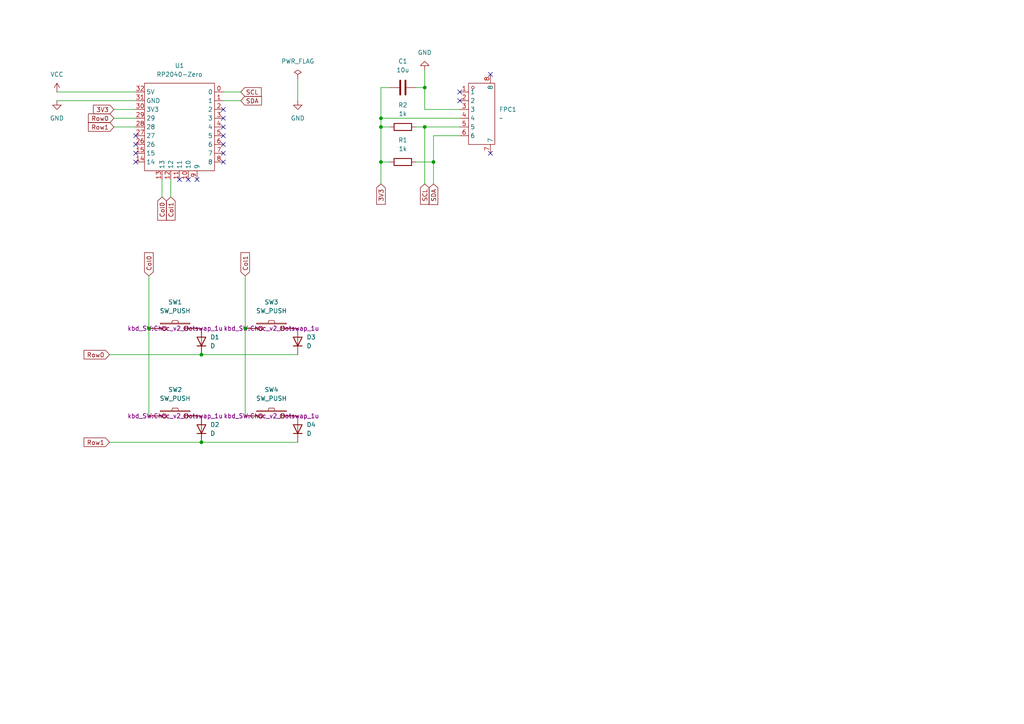
<source format=kicad_sch>
(kicad_sch
	(version 20250114)
	(generator "eeschema")
	(generator_version "9.0")
	(uuid "7a604562-b6af-4d20-abc5-e5d25282a53d")
	(paper "A4")
	(lib_symbols
		(symbol "Device:C"
			(pin_numbers
				(hide yes)
			)
			(pin_names
				(offset 0.254)
			)
			(exclude_from_sim no)
			(in_bom yes)
			(on_board yes)
			(property "Reference" "C"
				(at 0.635 2.54 0)
				(effects
					(font
						(size 1.27 1.27)
					)
					(justify left)
				)
			)
			(property "Value" "C"
				(at 0.635 -2.54 0)
				(effects
					(font
						(size 1.27 1.27)
					)
					(justify left)
				)
			)
			(property "Footprint" ""
				(at 0.9652 -3.81 0)
				(effects
					(font
						(size 1.27 1.27)
					)
					(hide yes)
				)
			)
			(property "Datasheet" "~"
				(at 0 0 0)
				(effects
					(font
						(size 1.27 1.27)
					)
					(hide yes)
				)
			)
			(property "Description" "Unpolarized capacitor"
				(at 0 0 0)
				(effects
					(font
						(size 1.27 1.27)
					)
					(hide yes)
				)
			)
			(property "ki_keywords" "cap capacitor"
				(at 0 0 0)
				(effects
					(font
						(size 1.27 1.27)
					)
					(hide yes)
				)
			)
			(property "ki_fp_filters" "C_*"
				(at 0 0 0)
				(effects
					(font
						(size 1.27 1.27)
					)
					(hide yes)
				)
			)
			(symbol "C_0_1"
				(polyline
					(pts
						(xy -2.032 0.762) (xy 2.032 0.762)
					)
					(stroke
						(width 0.508)
						(type default)
					)
					(fill
						(type none)
					)
				)
				(polyline
					(pts
						(xy -2.032 -0.762) (xy 2.032 -0.762)
					)
					(stroke
						(width 0.508)
						(type default)
					)
					(fill
						(type none)
					)
				)
			)
			(symbol "C_1_1"
				(pin passive line
					(at 0 3.81 270)
					(length 2.794)
					(name "~"
						(effects
							(font
								(size 1.27 1.27)
							)
						)
					)
					(number "1"
						(effects
							(font
								(size 1.27 1.27)
							)
						)
					)
				)
				(pin passive line
					(at 0 -3.81 90)
					(length 2.794)
					(name "~"
						(effects
							(font
								(size 1.27 1.27)
							)
						)
					)
					(number "2"
						(effects
							(font
								(size 1.27 1.27)
							)
						)
					)
				)
			)
			(embedded_fonts no)
		)
		(symbol "Device:D"
			(pin_numbers
				(hide yes)
			)
			(pin_names
				(offset 1.016)
				(hide yes)
			)
			(exclude_from_sim no)
			(in_bom yes)
			(on_board yes)
			(property "Reference" "D"
				(at 0 2.54 0)
				(effects
					(font
						(size 1.27 1.27)
					)
				)
			)
			(property "Value" "D"
				(at 0 -2.54 0)
				(effects
					(font
						(size 1.27 1.27)
					)
				)
			)
			(property "Footprint" ""
				(at 0 0 0)
				(effects
					(font
						(size 1.27 1.27)
					)
					(hide yes)
				)
			)
			(property "Datasheet" "~"
				(at 0 0 0)
				(effects
					(font
						(size 1.27 1.27)
					)
					(hide yes)
				)
			)
			(property "Description" "Diode"
				(at 0 0 0)
				(effects
					(font
						(size 1.27 1.27)
					)
					(hide yes)
				)
			)
			(property "Sim.Device" "D"
				(at 0 0 0)
				(effects
					(font
						(size 1.27 1.27)
					)
					(hide yes)
				)
			)
			(property "Sim.Pins" "1=K 2=A"
				(at 0 0 0)
				(effects
					(font
						(size 1.27 1.27)
					)
					(hide yes)
				)
			)
			(property "ki_keywords" "diode"
				(at 0 0 0)
				(effects
					(font
						(size 1.27 1.27)
					)
					(hide yes)
				)
			)
			(property "ki_fp_filters" "TO-???* *_Diode_* *SingleDiode* D_*"
				(at 0 0 0)
				(effects
					(font
						(size 1.27 1.27)
					)
					(hide yes)
				)
			)
			(symbol "D_0_1"
				(polyline
					(pts
						(xy -1.27 1.27) (xy -1.27 -1.27)
					)
					(stroke
						(width 0.254)
						(type default)
					)
					(fill
						(type none)
					)
				)
				(polyline
					(pts
						(xy 1.27 1.27) (xy 1.27 -1.27) (xy -1.27 0) (xy 1.27 1.27)
					)
					(stroke
						(width 0.254)
						(type default)
					)
					(fill
						(type none)
					)
				)
				(polyline
					(pts
						(xy 1.27 0) (xy -1.27 0)
					)
					(stroke
						(width 0)
						(type default)
					)
					(fill
						(type none)
					)
				)
			)
			(symbol "D_1_1"
				(pin passive line
					(at -3.81 0 0)
					(length 2.54)
					(name "K"
						(effects
							(font
								(size 1.27 1.27)
							)
						)
					)
					(number "1"
						(effects
							(font
								(size 1.27 1.27)
							)
						)
					)
				)
				(pin passive line
					(at 3.81 0 180)
					(length 2.54)
					(name "A"
						(effects
							(font
								(size 1.27 1.27)
							)
						)
					)
					(number "2"
						(effects
							(font
								(size 1.27 1.27)
							)
						)
					)
				)
			)
			(embedded_fonts no)
		)
		(symbol "Device:R"
			(pin_numbers
				(hide yes)
			)
			(pin_names
				(offset 0)
			)
			(exclude_from_sim no)
			(in_bom yes)
			(on_board yes)
			(property "Reference" "R"
				(at 2.032 0 90)
				(effects
					(font
						(size 1.27 1.27)
					)
				)
			)
			(property "Value" "R"
				(at 0 0 90)
				(effects
					(font
						(size 1.27 1.27)
					)
				)
			)
			(property "Footprint" ""
				(at -1.778 0 90)
				(effects
					(font
						(size 1.27 1.27)
					)
					(hide yes)
				)
			)
			(property "Datasheet" "~"
				(at 0 0 0)
				(effects
					(font
						(size 1.27 1.27)
					)
					(hide yes)
				)
			)
			(property "Description" "Resistor"
				(at 0 0 0)
				(effects
					(font
						(size 1.27 1.27)
					)
					(hide yes)
				)
			)
			(property "ki_keywords" "R res resistor"
				(at 0 0 0)
				(effects
					(font
						(size 1.27 1.27)
					)
					(hide yes)
				)
			)
			(property "ki_fp_filters" "R_*"
				(at 0 0 0)
				(effects
					(font
						(size 1.27 1.27)
					)
					(hide yes)
				)
			)
			(symbol "R_0_1"
				(rectangle
					(start -1.016 -2.54)
					(end 1.016 2.54)
					(stroke
						(width 0.254)
						(type default)
					)
					(fill
						(type none)
					)
				)
			)
			(symbol "R_1_1"
				(pin passive line
					(at 0 3.81 270)
					(length 1.27)
					(name "~"
						(effects
							(font
								(size 1.27 1.27)
							)
						)
					)
					(number "1"
						(effects
							(font
								(size 1.27 1.27)
							)
						)
					)
				)
				(pin passive line
					(at 0 -3.81 90)
					(length 1.27)
					(name "~"
						(effects
							(font
								(size 1.27 1.27)
							)
						)
					)
					(number "2"
						(effects
							(font
								(size 1.27 1.27)
							)
						)
					)
				)
			)
			(embedded_fonts no)
		)
		(symbol "ProLib_pcs_2025-11-23:FPC-05F-6PH20"
			(exclude_from_sim no)
			(in_bom yes)
			(on_board yes)
			(property "Reference" "FPC"
				(at 0 0 0)
				(effects
					(font
						(size 1.27 1.27)
					)
				)
			)
			(property "Value" ""
				(at 0 0 0)
				(effects
					(font
						(size 1.27 1.27)
					)
				)
			)
			(property "Footprint" "ProLib_pcs_2025-11-23:FPC-SMD_6P-P0.50_XUNPU_FPC-05F-6PH20"
				(at 0 0 0)
				(effects
					(font
						(size 1.27 1.27)
					)
					(hide yes)
				)
			)
			(property "Datasheet" "https://item.szlcsc.com/datasheet/FPC-05F-6PH20/3056894.html"
				(at 0 0 0)
				(effects
					(font
						(size 1.27 1.27)
					)
					(hide yes)
				)
			)
			(property "Description" "Locking Feature:Hinged Lid Contact Type:Surface Mount Number of Contacts:6P Pitch:0.5mm Mounting Type:Bottom Contact FFC, FCB Thickness:0.3mm FFC, FCB Thickness:0.3mm Height Above Board:2mm Contact Material:Phosphor Bronze Contact Plating:Tin Operating Te"
				(at 0 0 0)
				(effects
					(font
						(size 1.27 1.27)
					)
					(hide yes)
				)
			)
			(property "Manufacturer Part" "FPC-05F-6PH20"
				(at 0 0 0)
				(effects
					(font
						(size 1.27 1.27)
					)
					(hide yes)
				)
			)
			(property "Manufacturer" "XUNPU(讯普)"
				(at 0 0 0)
				(effects
					(font
						(size 1.27 1.27)
					)
					(hide yes)
				)
			)
			(property "Supplier Part" "C2856796"
				(at 0 0 0)
				(effects
					(font
						(size 1.27 1.27)
					)
					(hide yes)
				)
			)
			(property "Supplier" "LCSC"
				(at 0 0 0)
				(effects
					(font
						(size 1.27 1.27)
					)
					(hide yes)
				)
			)
			(property "LCSC Part Name" "翻盖式 卧贴 P数:6P 间距:0.5mm"
				(at 0 0 0)
				(effects
					(font
						(size 1.27 1.27)
					)
					(hide yes)
				)
			)
			(symbol "FPC-05F-6PH20_1_0"
				(rectangle
					(start -2.54 -8.89)
					(end 5.08 8.89)
					(stroke
						(width 0)
						(type default)
					)
					(fill
						(type none)
					)
				)
				(circle
					(center -1.27 7.62)
					(radius 0.381)
					(stroke
						(width 0)
						(type default)
					)
					(fill
						(type none)
					)
				)
				(pin input line
					(at -5.08 6.35 0)
					(length 2.54)
					(name "1"
						(effects
							(font
								(size 1.27 1.27)
							)
						)
					)
					(number "1"
						(effects
							(font
								(size 1.27 1.27)
							)
						)
					)
				)
				(pin input line
					(at -5.08 3.81 0)
					(length 2.54)
					(name "2"
						(effects
							(font
								(size 1.27 1.27)
							)
						)
					)
					(number "2"
						(effects
							(font
								(size 1.27 1.27)
							)
						)
					)
				)
				(pin input line
					(at -5.08 1.27 0)
					(length 2.54)
					(name "3"
						(effects
							(font
								(size 1.27 1.27)
							)
						)
					)
					(number "3"
						(effects
							(font
								(size 1.27 1.27)
							)
						)
					)
				)
				(pin input line
					(at -5.08 -1.27 0)
					(length 2.54)
					(name "4"
						(effects
							(font
								(size 1.27 1.27)
							)
						)
					)
					(number "4"
						(effects
							(font
								(size 1.27 1.27)
							)
						)
					)
				)
				(pin input line
					(at -5.08 -3.81 0)
					(length 2.54)
					(name "5"
						(effects
							(font
								(size 1.27 1.27)
							)
						)
					)
					(number "5"
						(effects
							(font
								(size 1.27 1.27)
							)
						)
					)
				)
				(pin input line
					(at -5.08 -6.35 0)
					(length 2.54)
					(name "6"
						(effects
							(font
								(size 1.27 1.27)
							)
						)
					)
					(number "6"
						(effects
							(font
								(size 1.27 1.27)
							)
						)
					)
				)
				(pin input line
					(at 3.81 11.43 270)
					(length 2.54)
					(name "8"
						(effects
							(font
								(size 1.27 1.27)
							)
						)
					)
					(number "8"
						(effects
							(font
								(size 1.27 1.27)
							)
						)
					)
				)
				(pin input line
					(at 3.81 -11.43 90)
					(length 2.54)
					(name "7"
						(effects
							(font
								(size 1.27 1.27)
							)
						)
					)
					(number "7"
						(effects
							(font
								(size 1.27 1.27)
							)
						)
					)
				)
			)
			(embedded_fonts no)
		)
		(symbol "isw-mcu:RP2040-Zero"
			(exclude_from_sim no)
			(in_bom yes)
			(on_board yes)
			(property "Reference" "U"
				(at 0 17.78 0)
				(effects
					(font
						(size 1.27 1.27)
					)
				)
			)
			(property "Value" "RP2040-Zero"
				(at 0 15.24 0)
				(effects
					(font
						(size 1.27 1.27)
					)
				)
			)
			(property "Footprint" ""
				(at 0 15.24 0)
				(effects
					(font
						(size 1.27 1.27)
					)
					(hide yes)
				)
			)
			(property "Datasheet" ""
				(at 0 15.24 0)
				(effects
					(font
						(size 1.27 1.27)
					)
					(hide yes)
				)
			)
			(property "Description" ""
				(at 0 0 0)
				(effects
					(font
						(size 1.27 1.27)
					)
					(hide yes)
				)
			)
			(symbol "RP2040-Zero_0_1"
				(rectangle
					(start -10.16 12.7)
					(end 10.16 -12.7)
					(stroke
						(width 0)
						(type default)
					)
					(fill
						(type none)
					)
				)
			)
			(symbol "RP2040-Zero_1_1"
				(pin power_out line
					(at -12.7 10.16 0)
					(length 2.54)
					(name "5V"
						(effects
							(font
								(size 1.27 1.27)
							)
						)
					)
					(number "32"
						(effects
							(font
								(size 1.27 1.27)
							)
						)
					)
				)
				(pin power_in line
					(at -12.7 7.62 0)
					(length 2.54)
					(name "GND"
						(effects
							(font
								(size 1.27 1.27)
							)
						)
					)
					(number "31"
						(effects
							(font
								(size 1.27 1.27)
							)
						)
					)
				)
				(pin power_out line
					(at -12.7 5.08 0)
					(length 2.54)
					(name "3V3"
						(effects
							(font
								(size 1.27 1.27)
							)
						)
					)
					(number "30"
						(effects
							(font
								(size 1.27 1.27)
							)
						)
					)
				)
				(pin bidirectional line
					(at -12.7 2.54 0)
					(length 2.54)
					(name "29"
						(effects
							(font
								(size 1.27 1.27)
							)
						)
					)
					(number "29"
						(effects
							(font
								(size 1.27 1.27)
							)
						)
					)
				)
				(pin bidirectional line
					(at -12.7 0 0)
					(length 2.54)
					(name "28"
						(effects
							(font
								(size 1.27 1.27)
							)
						)
					)
					(number "28"
						(effects
							(font
								(size 1.27 1.27)
							)
						)
					)
				)
				(pin bidirectional line
					(at -12.7 -2.54 0)
					(length 2.54)
					(name "27"
						(effects
							(font
								(size 1.27 1.27)
							)
						)
					)
					(number "27"
						(effects
							(font
								(size 1.27 1.27)
							)
						)
					)
				)
				(pin bidirectional line
					(at -12.7 -5.08 0)
					(length 2.54)
					(name "26"
						(effects
							(font
								(size 1.27 1.27)
							)
						)
					)
					(number "26"
						(effects
							(font
								(size 1.27 1.27)
							)
						)
					)
				)
				(pin bidirectional line
					(at -12.7 -7.62 0)
					(length 2.54)
					(name "15"
						(effects
							(font
								(size 1.27 1.27)
							)
						)
					)
					(number "15"
						(effects
							(font
								(size 1.27 1.27)
							)
						)
					)
				)
				(pin bidirectional line
					(at -12.7 -10.16 0)
					(length 2.54)
					(name "14"
						(effects
							(font
								(size 1.27 1.27)
							)
						)
					)
					(number "14"
						(effects
							(font
								(size 1.27 1.27)
							)
						)
					)
				)
				(pin bidirectional line
					(at -5.08 -15.24 90)
					(length 2.54)
					(name "13"
						(effects
							(font
								(size 1.27 1.27)
							)
						)
					)
					(number "13"
						(effects
							(font
								(size 1.27 1.27)
							)
						)
					)
				)
				(pin bidirectional line
					(at -2.54 -15.24 90)
					(length 2.54)
					(name "12"
						(effects
							(font
								(size 1.27 1.27)
							)
						)
					)
					(number "12"
						(effects
							(font
								(size 1.27 1.27)
							)
						)
					)
				)
				(pin bidirectional line
					(at 0 -15.24 90)
					(length 2.54)
					(name "11"
						(effects
							(font
								(size 1.27 1.27)
							)
						)
					)
					(number "11"
						(effects
							(font
								(size 1.27 1.27)
							)
						)
					)
				)
				(pin bidirectional line
					(at 2.54 -15.24 90)
					(length 2.54)
					(name "10"
						(effects
							(font
								(size 1.27 1.27)
							)
						)
					)
					(number "10"
						(effects
							(font
								(size 1.27 1.27)
							)
						)
					)
				)
				(pin bidirectional line
					(at 5.08 -15.24 90)
					(length 2.54)
					(name "9"
						(effects
							(font
								(size 1.27 1.27)
							)
						)
					)
					(number "9"
						(effects
							(font
								(size 1.27 1.27)
							)
						)
					)
				)
				(pin tri_state line
					(at 12.7 10.16 180)
					(length 2.54)
					(name "0"
						(effects
							(font
								(size 1.27 1.27)
							)
						)
					)
					(number "0"
						(effects
							(font
								(size 1.27 1.27)
							)
						)
					)
				)
				(pin bidirectional line
					(at 12.7 7.62 180)
					(length 2.54)
					(name "1"
						(effects
							(font
								(size 1.27 1.27)
							)
						)
					)
					(number "1"
						(effects
							(font
								(size 1.27 1.27)
							)
						)
					)
				)
				(pin bidirectional line
					(at 12.7 5.08 180)
					(length 2.54)
					(name "2"
						(effects
							(font
								(size 1.27 1.27)
							)
						)
					)
					(number "2"
						(effects
							(font
								(size 1.27 1.27)
							)
						)
					)
				)
				(pin bidirectional line
					(at 12.7 2.54 180)
					(length 2.54)
					(name "3"
						(effects
							(font
								(size 1.27 1.27)
							)
						)
					)
					(number "3"
						(effects
							(font
								(size 1.27 1.27)
							)
						)
					)
				)
				(pin bidirectional line
					(at 12.7 0 180)
					(length 2.54)
					(name "4"
						(effects
							(font
								(size 1.27 1.27)
							)
						)
					)
					(number "4"
						(effects
							(font
								(size 1.27 1.27)
							)
						)
					)
				)
				(pin bidirectional line
					(at 12.7 -2.54 180)
					(length 2.54)
					(name "5"
						(effects
							(font
								(size 1.27 1.27)
							)
						)
					)
					(number "5"
						(effects
							(font
								(size 1.27 1.27)
							)
						)
					)
				)
				(pin bidirectional line
					(at 12.7 -5.08 180)
					(length 2.54)
					(name "6"
						(effects
							(font
								(size 1.27 1.27)
							)
						)
					)
					(number "6"
						(effects
							(font
								(size 1.27 1.27)
							)
						)
					)
				)
				(pin bidirectional line
					(at 12.7 -7.62 180)
					(length 2.54)
					(name "7"
						(effects
							(font
								(size 1.27 1.27)
							)
						)
					)
					(number "7"
						(effects
							(font
								(size 1.27 1.27)
							)
						)
					)
				)
				(pin bidirectional line
					(at 12.7 -10.16 180)
					(length 2.54)
					(name "8"
						(effects
							(font
								(size 1.27 1.27)
							)
						)
					)
					(number "8"
						(effects
							(font
								(size 1.27 1.27)
							)
						)
					)
				)
			)
			(embedded_fonts no)
		)
		(symbol "kbd:SW_PUSH"
			(pin_numbers
				(hide yes)
			)
			(pin_names
				(offset 1.016)
				(hide yes)
			)
			(exclude_from_sim no)
			(in_bom yes)
			(on_board yes)
			(property "Reference" "SW"
				(at 3.81 2.794 0)
				(effects
					(font
						(size 1.27 1.27)
					)
				)
			)
			(property "Value" "SW_PUSH"
				(at 0 -2.032 0)
				(effects
					(font
						(size 1.27 1.27)
					)
				)
			)
			(property "Footprint" ""
				(at 0 0 0)
				(effects
					(font
						(size 1.27 1.27)
					)
				)
			)
			(property "Datasheet" ""
				(at 0 0 0)
				(effects
					(font
						(size 1.27 1.27)
					)
				)
			)
			(property "Description" ""
				(at 0 0 0)
				(effects
					(font
						(size 1.27 1.27)
					)
					(hide yes)
				)
			)
			(symbol "SW_PUSH_0_1"
				(rectangle
					(start -4.318 1.27)
					(end 4.318 1.524)
					(stroke
						(width 0)
						(type solid)
					)
					(fill
						(type none)
					)
				)
				(polyline
					(pts
						(xy -1.016 1.524) (xy -0.762 2.286) (xy 0.762 2.286) (xy 1.016 1.524)
					)
					(stroke
						(width 0)
						(type solid)
					)
					(fill
						(type none)
					)
				)
				(pin passive inverted
					(at -7.62 0 0)
					(length 5.08)
					(name "1"
						(effects
							(font
								(size 1.27 1.27)
							)
						)
					)
					(number "1"
						(effects
							(font
								(size 1.27 1.27)
							)
						)
					)
				)
				(pin passive inverted
					(at 7.62 0 180)
					(length 5.08)
					(name "2"
						(effects
							(font
								(size 1.27 1.27)
							)
						)
					)
					(number "2"
						(effects
							(font
								(size 1.27 1.27)
							)
						)
					)
				)
			)
			(embedded_fonts no)
		)
		(symbol "power:GND"
			(power)
			(pin_numbers
				(hide yes)
			)
			(pin_names
				(offset 0)
				(hide yes)
			)
			(exclude_from_sim no)
			(in_bom yes)
			(on_board yes)
			(property "Reference" "#PWR"
				(at 0 -6.35 0)
				(effects
					(font
						(size 1.27 1.27)
					)
					(hide yes)
				)
			)
			(property "Value" "GND"
				(at 0 -3.81 0)
				(effects
					(font
						(size 1.27 1.27)
					)
				)
			)
			(property "Footprint" ""
				(at 0 0 0)
				(effects
					(font
						(size 1.27 1.27)
					)
					(hide yes)
				)
			)
			(property "Datasheet" ""
				(at 0 0 0)
				(effects
					(font
						(size 1.27 1.27)
					)
					(hide yes)
				)
			)
			(property "Description" "Power symbol creates a global label with name \"GND\" , ground"
				(at 0 0 0)
				(effects
					(font
						(size 1.27 1.27)
					)
					(hide yes)
				)
			)
			(property "ki_keywords" "global power"
				(at 0 0 0)
				(effects
					(font
						(size 1.27 1.27)
					)
					(hide yes)
				)
			)
			(symbol "GND_0_1"
				(polyline
					(pts
						(xy 0 0) (xy 0 -1.27) (xy 1.27 -1.27) (xy 0 -2.54) (xy -1.27 -1.27) (xy 0 -1.27)
					)
					(stroke
						(width 0)
						(type default)
					)
					(fill
						(type none)
					)
				)
			)
			(symbol "GND_1_1"
				(pin power_in line
					(at 0 0 270)
					(length 0)
					(name "~"
						(effects
							(font
								(size 1.27 1.27)
							)
						)
					)
					(number "1"
						(effects
							(font
								(size 1.27 1.27)
							)
						)
					)
				)
			)
			(embedded_fonts no)
		)
		(symbol "power:PWR_FLAG"
			(power)
			(pin_numbers
				(hide yes)
			)
			(pin_names
				(offset 0)
				(hide yes)
			)
			(exclude_from_sim no)
			(in_bom yes)
			(on_board yes)
			(property "Reference" "#FLG"
				(at 0 1.905 0)
				(effects
					(font
						(size 1.27 1.27)
					)
					(hide yes)
				)
			)
			(property "Value" "PWR_FLAG"
				(at 0 3.81 0)
				(effects
					(font
						(size 1.27 1.27)
					)
				)
			)
			(property "Footprint" ""
				(at 0 0 0)
				(effects
					(font
						(size 1.27 1.27)
					)
					(hide yes)
				)
			)
			(property "Datasheet" "~"
				(at 0 0 0)
				(effects
					(font
						(size 1.27 1.27)
					)
					(hide yes)
				)
			)
			(property "Description" "Special symbol for telling ERC where power comes from"
				(at 0 0 0)
				(effects
					(font
						(size 1.27 1.27)
					)
					(hide yes)
				)
			)
			(property "ki_keywords" "flag power"
				(at 0 0 0)
				(effects
					(font
						(size 1.27 1.27)
					)
					(hide yes)
				)
			)
			(symbol "PWR_FLAG_0_0"
				(pin power_out line
					(at 0 0 90)
					(length 0)
					(name "~"
						(effects
							(font
								(size 1.27 1.27)
							)
						)
					)
					(number "1"
						(effects
							(font
								(size 1.27 1.27)
							)
						)
					)
				)
			)
			(symbol "PWR_FLAG_0_1"
				(polyline
					(pts
						(xy 0 0) (xy 0 1.27) (xy -1.016 1.905) (xy 0 2.54) (xy 1.016 1.905) (xy 0 1.27)
					)
					(stroke
						(width 0)
						(type default)
					)
					(fill
						(type none)
					)
				)
			)
			(embedded_fonts no)
		)
		(symbol "power:VCC"
			(power)
			(pin_numbers
				(hide yes)
			)
			(pin_names
				(offset 0)
				(hide yes)
			)
			(exclude_from_sim no)
			(in_bom yes)
			(on_board yes)
			(property "Reference" "#PWR"
				(at 0 -3.81 0)
				(effects
					(font
						(size 1.27 1.27)
					)
					(hide yes)
				)
			)
			(property "Value" "VCC"
				(at 0 3.556 0)
				(effects
					(font
						(size 1.27 1.27)
					)
				)
			)
			(property "Footprint" ""
				(at 0 0 0)
				(effects
					(font
						(size 1.27 1.27)
					)
					(hide yes)
				)
			)
			(property "Datasheet" ""
				(at 0 0 0)
				(effects
					(font
						(size 1.27 1.27)
					)
					(hide yes)
				)
			)
			(property "Description" "Power symbol creates a global label with name \"VCC\""
				(at 0 0 0)
				(effects
					(font
						(size 1.27 1.27)
					)
					(hide yes)
				)
			)
			(property "ki_keywords" "global power"
				(at 0 0 0)
				(effects
					(font
						(size 1.27 1.27)
					)
					(hide yes)
				)
			)
			(symbol "VCC_0_1"
				(polyline
					(pts
						(xy -0.762 1.27) (xy 0 2.54)
					)
					(stroke
						(width 0)
						(type default)
					)
					(fill
						(type none)
					)
				)
				(polyline
					(pts
						(xy 0 2.54) (xy 0.762 1.27)
					)
					(stroke
						(width 0)
						(type default)
					)
					(fill
						(type none)
					)
				)
				(polyline
					(pts
						(xy 0 0) (xy 0 2.54)
					)
					(stroke
						(width 0)
						(type default)
					)
					(fill
						(type none)
					)
				)
			)
			(symbol "VCC_1_1"
				(pin power_in line
					(at 0 0 90)
					(length 0)
					(name "~"
						(effects
							(font
								(size 1.27 1.27)
							)
						)
					)
					(number "1"
						(effects
							(font
								(size 1.27 1.27)
							)
						)
					)
				)
			)
			(embedded_fonts no)
		)
	)
	(junction
		(at 123.19 25.4)
		(diameter 0)
		(color 0 0 0 0)
		(uuid "0a033ca5-beaa-4da4-b860-2543214cf7e9")
	)
	(junction
		(at 110.49 46.99)
		(diameter 0)
		(color 0 0 0 0)
		(uuid "1667d20d-545a-4188-9945-e93cf96274d8")
	)
	(junction
		(at 110.49 34.29)
		(diameter 0)
		(color 0 0 0 0)
		(uuid "25930639-690f-49ba-882b-f758b11ad914")
	)
	(junction
		(at 125.73 46.99)
		(diameter 0)
		(color 0 0 0 0)
		(uuid "2d902266-720f-4570-a8a6-610ea4745f1b")
	)
	(junction
		(at 71.12 95.25)
		(diameter 0)
		(color 0 0 0 0)
		(uuid "6fb07d88-5686-4da6-bba6-c94429d6b00a")
	)
	(junction
		(at 58.42 102.87)
		(diameter 0)
		(color 0 0 0 0)
		(uuid "8381f8f2-37ce-4412-a692-dfda68c42abd")
	)
	(junction
		(at 58.42 128.27)
		(diameter 0)
		(color 0 0 0 0)
		(uuid "afaac3ff-6177-43a5-8982-3b4bc55204c2")
	)
	(junction
		(at 123.19 36.83)
		(diameter 0)
		(color 0 0 0 0)
		(uuid "b73d725f-cbe9-46a7-a99b-c68d0d598371")
	)
	(junction
		(at 110.49 36.83)
		(diameter 0)
		(color 0 0 0 0)
		(uuid "cc58d1f9-9875-468d-b67b-a9091cbd37d2")
	)
	(junction
		(at 43.18 95.25)
		(diameter 0)
		(color 0 0 0 0)
		(uuid "ddab308e-abda-4743-8a73-2fb1211de5d2")
	)
	(no_connect
		(at 64.77 46.99)
		(uuid "02e8dd05-b88c-4bc5-b4d4-875e1d2b0616")
	)
	(no_connect
		(at 57.15 52.07)
		(uuid "0b2a9c11-29a5-4c62-98d3-dc576eaf695d")
	)
	(no_connect
		(at 54.61 52.07)
		(uuid "0daf3d26-4487-4d00-a49c-148be42bd135")
	)
	(no_connect
		(at 133.35 26.67)
		(uuid "106ba6e0-676d-4ea4-8250-ce18f9de03e6")
	)
	(no_connect
		(at 39.37 41.91)
		(uuid "153357f4-5245-4b15-958e-6962e6b0450b")
	)
	(no_connect
		(at 142.24 44.45)
		(uuid "23f0d799-0f05-4508-8817-04004c616d0d")
	)
	(no_connect
		(at 64.77 36.83)
		(uuid "435444e8-0eae-4ad7-a3a9-33f6d9ed5987")
	)
	(no_connect
		(at 64.77 44.45)
		(uuid "461b8e07-e7e9-456f-be51-a2e308e03e0c")
	)
	(no_connect
		(at 64.77 39.37)
		(uuid "5d664d2e-a5fa-4664-977d-6415f392a975")
	)
	(no_connect
		(at 133.35 29.21)
		(uuid "678dfcb9-ca4e-44da-bd13-15f451f79c60")
	)
	(no_connect
		(at 64.77 31.75)
		(uuid "689a044d-864f-475a-8c56-b1199449a7f5")
	)
	(no_connect
		(at 39.37 39.37)
		(uuid "6aacc0f9-c548-46fd-ac38-ee0b2ebec51f")
	)
	(no_connect
		(at 64.77 34.29)
		(uuid "77c25c88-a23b-4b50-aed6-a873166bd0ca")
	)
	(no_connect
		(at 52.07 52.07)
		(uuid "85a5af03-155d-47b1-8177-6a3a1029d066")
	)
	(no_connect
		(at 39.37 46.99)
		(uuid "87e3a829-3061-4ef0-8a3a-e85878bca6b8")
	)
	(no_connect
		(at 39.37 44.45)
		(uuid "a344edd5-2925-4ffd-8adc-db8e914c7050")
	)
	(no_connect
		(at 142.24 21.59)
		(uuid "db9008d1-9cab-4025-935f-674125f8bdf4")
	)
	(no_connect
		(at 64.77 41.91)
		(uuid "f49489bf-3de8-4ca5-aa1d-14b7aa445661")
	)
	(wire
		(pts
			(xy 120.65 46.99) (xy 125.73 46.99)
		)
		(stroke
			(width 0)
			(type default)
		)
		(uuid "0a9473af-f240-46a3-bb79-4166a839193f")
	)
	(wire
		(pts
			(xy 71.12 80.01) (xy 71.12 95.25)
		)
		(stroke
			(width 0)
			(type default)
		)
		(uuid "11acf964-89eb-479f-bbcd-31bd05f6ecdc")
	)
	(wire
		(pts
			(xy 16.51 29.21) (xy 39.37 29.21)
		)
		(stroke
			(width 0)
			(type default)
		)
		(uuid "11fb6a9a-bcff-49d0-a62c-d15aac3ad820")
	)
	(wire
		(pts
			(xy 125.73 53.34) (xy 125.73 46.99)
		)
		(stroke
			(width 0)
			(type default)
		)
		(uuid "13c06578-2653-4f8b-b6b5-c12b01ec7c4b")
	)
	(wire
		(pts
			(xy 123.19 31.75) (xy 133.35 31.75)
		)
		(stroke
			(width 0)
			(type default)
		)
		(uuid "28db6b0c-e265-49a8-800f-56e3c9001dc4")
	)
	(wire
		(pts
			(xy 120.65 36.83) (xy 123.19 36.83)
		)
		(stroke
			(width 0)
			(type default)
		)
		(uuid "33e87c2c-9105-47f1-a9dd-03b306a22aed")
	)
	(wire
		(pts
			(xy 31.75 102.87) (xy 58.42 102.87)
		)
		(stroke
			(width 0)
			(type default)
		)
		(uuid "37f46f7d-9113-45ea-911c-bbbfeb88be55")
	)
	(wire
		(pts
			(xy 31.75 128.27) (xy 58.42 128.27)
		)
		(stroke
			(width 0)
			(type default)
		)
		(uuid "3d9ba260-3cc2-4c7a-93a2-9feff3ceefb7")
	)
	(wire
		(pts
			(xy 64.77 26.67) (xy 69.85 26.67)
		)
		(stroke
			(width 0)
			(type default)
		)
		(uuid "4267f9d8-aebc-48d9-aa0d-8902bcbbd3fc")
	)
	(wire
		(pts
			(xy 110.49 25.4) (xy 113.03 25.4)
		)
		(stroke
			(width 0)
			(type default)
		)
		(uuid "46eab820-6b89-4eff-a4c1-0f2b40ee553b")
	)
	(wire
		(pts
			(xy 123.19 25.4) (xy 123.19 31.75)
		)
		(stroke
			(width 0)
			(type default)
		)
		(uuid "4bb7daee-bd8e-42a3-b2ec-f0a2a613e383")
	)
	(wire
		(pts
			(xy 46.99 52.07) (xy 46.99 57.15)
		)
		(stroke
			(width 0)
			(type default)
		)
		(uuid "53a513a8-6f05-4ef2-9ec9-ef47b7a7747d")
	)
	(wire
		(pts
			(xy 43.18 95.25) (xy 43.18 120.65)
		)
		(stroke
			(width 0)
			(type default)
		)
		(uuid "55efc16d-aaec-4fd0-b5d7-f69979ce4fa6")
	)
	(wire
		(pts
			(xy 125.73 46.99) (xy 125.73 39.37)
		)
		(stroke
			(width 0)
			(type default)
		)
		(uuid "5c4f4c9f-ecdc-4fc5-93fd-38b4bb69d0c0")
	)
	(wire
		(pts
			(xy 33.02 31.75) (xy 39.37 31.75)
		)
		(stroke
			(width 0)
			(type default)
		)
		(uuid "5d4b76a9-fe35-4acc-b369-18137a4bc8a4")
	)
	(wire
		(pts
			(xy 71.12 95.25) (xy 71.12 120.65)
		)
		(stroke
			(width 0)
			(type default)
		)
		(uuid "5f0c0e8b-dcca-4ea3-95d2-e55a677ef002")
	)
	(wire
		(pts
			(xy 123.19 36.83) (xy 123.19 53.34)
		)
		(stroke
			(width 0)
			(type default)
		)
		(uuid "6084a29d-34e9-4710-b57e-b32eb7dcf125")
	)
	(wire
		(pts
			(xy 110.49 46.99) (xy 110.49 36.83)
		)
		(stroke
			(width 0)
			(type default)
		)
		(uuid "6e875005-bdd7-44c0-ab9f-7f4fc926fd45")
	)
	(wire
		(pts
			(xy 64.77 29.21) (xy 69.85 29.21)
		)
		(stroke
			(width 0)
			(type default)
		)
		(uuid "70f9b2b1-7707-4c51-b6c3-a385f71f233c")
	)
	(wire
		(pts
			(xy 120.65 25.4) (xy 123.19 25.4)
		)
		(stroke
			(width 0)
			(type default)
		)
		(uuid "737da6a4-3e70-414f-8c8b-21cadcfe0728")
	)
	(wire
		(pts
			(xy 33.02 36.83) (xy 39.37 36.83)
		)
		(stroke
			(width 0)
			(type default)
		)
		(uuid "7d83e42c-1e4f-4163-bdfb-ba6da65d374b")
	)
	(wire
		(pts
			(xy 43.18 80.01) (xy 43.18 95.25)
		)
		(stroke
			(width 0)
			(type default)
		)
		(uuid "8317c0a8-1bae-4bfa-9238-78303db9ba2e")
	)
	(wire
		(pts
			(xy 110.49 46.99) (xy 113.03 46.99)
		)
		(stroke
			(width 0)
			(type default)
		)
		(uuid "87facd98-1efb-4a3b-9885-e2133e710f58")
	)
	(wire
		(pts
			(xy 49.53 52.07) (xy 49.53 57.15)
		)
		(stroke
			(width 0)
			(type default)
		)
		(uuid "8839d4c9-b616-4880-bd87-c41a4215423f")
	)
	(wire
		(pts
			(xy 123.19 36.83) (xy 133.35 36.83)
		)
		(stroke
			(width 0)
			(type default)
		)
		(uuid "8986b2d9-a0f7-4be5-909c-2dfd137528fd")
	)
	(wire
		(pts
			(xy 110.49 36.83) (xy 110.49 34.29)
		)
		(stroke
			(width 0)
			(type default)
		)
		(uuid "942bf081-a24e-4b43-a3e3-92b3076a7b85")
	)
	(wire
		(pts
			(xy 125.73 39.37) (xy 133.35 39.37)
		)
		(stroke
			(width 0)
			(type default)
		)
		(uuid "960c96ca-fafd-443e-8872-f6afd622d035")
	)
	(wire
		(pts
			(xy 110.49 36.83) (xy 113.03 36.83)
		)
		(stroke
			(width 0)
			(type default)
		)
		(uuid "96b57f20-1ea4-4f30-8fc7-26d4b8058b9a")
	)
	(wire
		(pts
			(xy 123.19 20.32) (xy 123.19 25.4)
		)
		(stroke
			(width 0)
			(type default)
		)
		(uuid "a36ec8ce-696e-4e87-9b7d-11065cd3d181")
	)
	(wire
		(pts
			(xy 58.42 102.87) (xy 86.36 102.87)
		)
		(stroke
			(width 0)
			(type default)
		)
		(uuid "ae821d85-9178-4fd6-a57e-7513b8552c42")
	)
	(wire
		(pts
			(xy 110.49 34.29) (xy 110.49 25.4)
		)
		(stroke
			(width 0)
			(type default)
		)
		(uuid "aecfd46b-8dbd-4fb8-a040-211ac89f8aef")
	)
	(wire
		(pts
			(xy 33.02 34.29) (xy 39.37 34.29)
		)
		(stroke
			(width 0)
			(type default)
		)
		(uuid "c6c8811a-4446-4b41-8fa3-97d788e5e03d")
	)
	(wire
		(pts
			(xy 58.42 128.27) (xy 86.36 128.27)
		)
		(stroke
			(width 0)
			(type default)
		)
		(uuid "cd2ad208-afc8-4619-9b3e-a8360acc3602")
	)
	(wire
		(pts
			(xy 110.49 53.34) (xy 110.49 46.99)
		)
		(stroke
			(width 0)
			(type default)
		)
		(uuid "d5636a19-c536-4b82-bf4c-78161fe7589d")
	)
	(wire
		(pts
			(xy 86.36 22.86) (xy 86.36 29.21)
		)
		(stroke
			(width 0)
			(type default)
		)
		(uuid "f2ff83ad-ebfd-4a07-a403-7f7b31c4cbae")
	)
	(wire
		(pts
			(xy 110.49 34.29) (xy 133.35 34.29)
		)
		(stroke
			(width 0)
			(type default)
		)
		(uuid "f93d6a74-d12c-407f-a66a-e7914a96987d")
	)
	(wire
		(pts
			(xy 16.51 26.67) (xy 39.37 26.67)
		)
		(stroke
			(width 0)
			(type default)
		)
		(uuid "fe895e75-7639-4576-9d5a-71dc4de6bf44")
	)
	(global_label "SDA"
		(shape input)
		(at 69.85 29.21 0)
		(fields_autoplaced yes)
		(effects
			(font
				(size 1.27 1.27)
			)
			(justify left)
		)
		(uuid "09a7ab30-8b17-4670-be97-24381509e0e1")
		(property "Intersheetrefs" "${INTERSHEET_REFS}"
			(at 77.1289 29.21 0)
			(effects
				(font
					(size 1.27 1.27)
				)
				(justify left)
				(hide yes)
			)
		)
	)
	(global_label "Col1"
		(shape input)
		(at 71.12 80.01 90)
		(fields_autoplaced yes)
		(effects
			(font
				(size 1.27 1.27)
			)
			(justify left)
		)
		(uuid "198d444e-74df-441f-b068-58d0184cafaa")
		(property "Intersheetrefs" "${INTERSHEET_REFS}"
			(at 71.12 72.7311 90)
			(effects
				(font
					(size 1.27 1.27)
				)
				(justify left)
				(hide yes)
			)
		)
	)
	(global_label "SCL"
		(shape input)
		(at 123.19 53.34 270)
		(fields_autoplaced yes)
		(effects
			(font
				(size 1.27 1.27)
			)
			(justify right)
		)
		(uuid "1ff80d5b-db42-49f7-8dc5-a9330e722596")
		(property "Intersheetrefs" "${INTERSHEET_REFS}"
			(at 123.19 59.8328 90)
			(effects
				(font
					(size 1.27 1.27)
				)
				(justify right)
				(hide yes)
			)
		)
	)
	(global_label "Col0"
		(shape input)
		(at 46.99 57.15 270)
		(fields_autoplaced yes)
		(effects
			(font
				(size 1.27 1.27)
			)
			(justify right)
		)
		(uuid "23ecd13b-67ae-41a7-b24e-7c3c793bcd87")
		(property "Intersheetrefs" "${INTERSHEET_REFS}"
			(at 46.99 63.7033 90)
			(effects
				(font
					(size 1.27 1.27)
				)
				(justify right)
				(hide yes)
			)
		)
	)
	(global_label "3V3"
		(shape input)
		(at 110.49 53.34 270)
		(fields_autoplaced yes)
		(effects
			(font
				(size 1.27 1.27)
			)
			(justify right)
		)
		(uuid "2d139a13-b965-499c-bf2c-ff52ab4f005e")
		(property "Intersheetrefs" "${INTERSHEET_REFS}"
			(at 110.49 59.8328 90)
			(effects
				(font
					(size 1.27 1.27)
				)
				(justify right)
				(hide yes)
			)
		)
	)
	(global_label "SDA"
		(shape input)
		(at 125.73 53.34 270)
		(fields_autoplaced yes)
		(effects
			(font
				(size 1.27 1.27)
			)
			(justify right)
		)
		(uuid "33964518-e0e4-4059-b621-c39192943635")
		(property "Intersheetrefs" "${INTERSHEET_REFS}"
			(at 125.73 59.8933 90)
			(effects
				(font
					(size 1.27 1.27)
				)
				(justify right)
				(hide yes)
			)
		)
	)
	(global_label "Col1"
		(shape input)
		(at 49.53 57.15 270)
		(fields_autoplaced yes)
		(effects
			(font
				(size 1.27 1.27)
			)
			(justify right)
		)
		(uuid "42fcdb6b-cfef-45d1-ba77-b6dad8d46262")
		(property "Intersheetrefs" "${INTERSHEET_REFS}"
			(at 49.53 63.6428 90)
			(effects
				(font
					(size 1.27 1.27)
				)
				(justify right)
				(hide yes)
			)
		)
	)
	(global_label "Row1"
		(shape input)
		(at 31.75 128.27 180)
		(fields_autoplaced yes)
		(effects
			(font
				(size 1.27 1.27)
			)
			(justify right)
		)
		(uuid "7e1e039e-e8c8-498c-8e55-2548a1054e46")
		(property "Intersheetrefs" "${INTERSHEET_REFS}"
			(at 23.8058 128.27 0)
			(effects
				(font
					(size 1.27 1.27)
				)
				(justify right)
				(hide yes)
			)
		)
	)
	(global_label "3V3"
		(shape input)
		(at 33.02 31.75 180)
		(fields_autoplaced yes)
		(effects
			(font
				(size 1.27 1.27)
			)
			(justify right)
		)
		(uuid "8bea7af9-a607-458c-bedc-320c36b70e35")
		(property "Intersheetrefs" "${INTERSHEET_REFS}"
			(at 26.6482 31.75 0)
			(effects
				(font
					(size 1.27 1.27)
				)
				(justify right)
				(hide yes)
			)
		)
	)
	(global_label "Row0"
		(shape input)
		(at 31.75 102.87 180)
		(fields_autoplaced yes)
		(effects
			(font
				(size 1.27 1.27)
			)
			(justify right)
		)
		(uuid "91ee94cf-baf1-4f39-8a27-fa426cd11984")
		(property "Intersheetrefs" "${INTERSHEET_REFS}"
			(at 23.8058 102.87 0)
			(effects
				(font
					(size 1.27 1.27)
				)
				(justify right)
				(hide yes)
			)
		)
	)
	(global_label "SCL"
		(shape input)
		(at 69.85 26.67 0)
		(fields_autoplaced yes)
		(effects
			(font
				(size 1.27 1.27)
			)
			(justify left)
		)
		(uuid "a29801fc-a5c7-4882-b2e5-63e28fc847ce")
		(property "Intersheetrefs" "${INTERSHEET_REFS}"
			(at 77.1289 26.67 0)
			(effects
				(font
					(size 1.27 1.27)
				)
				(justify left)
				(hide yes)
			)
		)
	)
	(global_label "Row1"
		(shape input)
		(at 33.02 36.83 180)
		(fields_autoplaced yes)
		(effects
			(font
				(size 1.27 1.27)
			)
			(justify right)
		)
		(uuid "b444dd9d-ce0d-436c-a92d-83050888d204")
		(property "Intersheetrefs" "${INTERSHEET_REFS}"
			(at 25.0758 36.83 0)
			(effects
				(font
					(size 1.27 1.27)
				)
				(justify right)
				(hide yes)
			)
		)
	)
	(global_label "Row0"
		(shape input)
		(at 33.02 34.29 180)
		(fields_autoplaced yes)
		(effects
			(font
				(size 1.27 1.27)
			)
			(justify right)
		)
		(uuid "c75b8936-fdf2-4426-9461-59209d42ed9d")
		(property "Intersheetrefs" "${INTERSHEET_REFS}"
			(at 25.0758 34.29 0)
			(effects
				(font
					(size 1.27 1.27)
				)
				(justify right)
				(hide yes)
			)
		)
	)
	(global_label "Col0"
		(shape input)
		(at 43.18 80.01 90)
		(fields_autoplaced yes)
		(effects
			(font
				(size 1.27 1.27)
			)
			(justify left)
		)
		(uuid "d6d7514c-d41e-467e-bf50-9925beffe7a6")
		(property "Intersheetrefs" "${INTERSHEET_REFS}"
			(at 43.18 72.7311 90)
			(effects
				(font
					(size 1.27 1.27)
				)
				(justify left)
				(hide yes)
			)
		)
	)
	(symbol
		(lib_id "Device:D")
		(at 58.42 99.06 90)
		(unit 1)
		(exclude_from_sim no)
		(in_bom yes)
		(on_board yes)
		(dnp no)
		(fields_autoplaced yes)
		(uuid "0a077cd9-7e80-4c8f-b2a5-a782cafa93c3")
		(property "Reference" "D1"
			(at 60.96 97.7899 90)
			(effects
				(font
					(size 1.27 1.27)
				)
				(justify right)
			)
		)
		(property "Value" "D"
			(at 60.96 100.3299 90)
			(effects
				(font
					(size 1.27 1.27)
				)
				(justify right)
			)
		)
		(property "Footprint" "kbd_Parts:Diode_TH_SMD"
			(at 58.42 99.06 0)
			(effects
				(font
					(size 1.27 1.27)
				)
				(hide yes)
			)
		)
		(property "Datasheet" "~"
			(at 58.42 99.06 0)
			(effects
				(font
					(size 1.27 1.27)
				)
				(hide yes)
			)
		)
		(property "Description" "Diode"
			(at 58.42 99.06 0)
			(effects
				(font
					(size 1.27 1.27)
				)
				(hide yes)
			)
		)
		(property "Sim.Device" "D"
			(at 58.42 99.06 0)
			(effects
				(font
					(size 1.27 1.27)
				)
				(hide yes)
			)
		)
		(property "Sim.Pins" "1=K 2=A"
			(at 58.42 99.06 0)
			(effects
				(font
					(size 1.27 1.27)
				)
				(hide yes)
			)
		)
		(pin "1"
			(uuid "7bbb0fb0-c0c6-4c9c-937c-d030d065c086")
		)
		(pin "2"
			(uuid "bca499d6-7093-4ad5-910d-ad99f32d7000")
		)
		(instances
			(project ""
				(path "/7a604562-b6af-4d20-abc5-e5d25282a53d"
					(reference "D1")
					(unit 1)
				)
			)
		)
	)
	(symbol
		(lib_id "Device:R")
		(at 116.84 46.99 90)
		(unit 1)
		(exclude_from_sim no)
		(in_bom yes)
		(on_board yes)
		(dnp no)
		(fields_autoplaced yes)
		(uuid "1d4f2f98-f806-4744-b01e-de7c3c96d171")
		(property "Reference" "R1"
			(at 116.84 40.64 90)
			(effects
				(font
					(size 1.27 1.27)
				)
			)
		)
		(property "Value" "1k"
			(at 116.84 43.18 90)
			(effects
				(font
					(size 1.27 1.27)
				)
			)
		)
		(property "Footprint" "Resistor_SMD:R_0603_1608Metric_Pad0.98x0.95mm_HandSolder"
			(at 116.84 48.768 90)
			(effects
				(font
					(size 1.27 1.27)
				)
				(hide yes)
			)
		)
		(property "Datasheet" "~"
			(at 116.84 46.99 0)
			(effects
				(font
					(size 1.27 1.27)
				)
				(hide yes)
			)
		)
		(property "Description" "Resistor"
			(at 116.84 46.99 0)
			(effects
				(font
					(size 1.27 1.27)
				)
				(hide yes)
			)
		)
		(pin "1"
			(uuid "c0134fae-6cdd-4fab-b419-504c6eff694d")
		)
		(pin "2"
			(uuid "c714aba6-1d0a-4b15-bf8f-3a1f66ddbd8f")
		)
		(instances
			(project ""
				(path "/7a604562-b6af-4d20-abc5-e5d25282a53d"
					(reference "R1")
					(unit 1)
				)
			)
		)
	)
	(symbol
		(lib_id "kbd:SW_PUSH")
		(at 78.74 120.65 0)
		(unit 1)
		(exclude_from_sim no)
		(in_bom yes)
		(on_board yes)
		(dnp no)
		(fields_autoplaced yes)
		(uuid "2ad575aa-388a-45a2-99e9-0ecc623cc3bc")
		(property "Reference" "SW4"
			(at 78.74 113.03 0)
			(effects
				(font
					(size 1.27 1.27)
				)
			)
		)
		(property "Value" "SW_PUSH"
			(at 78.74 115.57 0)
			(effects
				(font
					(size 1.27 1.27)
				)
			)
		)
		(property "Footprint" "kbd_SW:Choc_v2_Hotswap_1u"
			(at 78.74 120.65 0)
			(effects
				(font
					(size 1.27 1.27)
				)
			)
		)
		(property "Datasheet" ""
			(at 78.74 120.65 0)
			(effects
				(font
					(size 1.27 1.27)
				)
			)
		)
		(property "Description" ""
			(at 78.74 120.65 0)
			(effects
				(font
					(size 1.27 1.27)
				)
				(hide yes)
			)
		)
		(pin "2"
			(uuid "61f69f9c-a1c7-4c50-bbdf-44cf69d628b4")
		)
		(pin "1"
			(uuid "1de66c5c-e45b-4671-aee7-ccb79ea826be")
		)
		(instances
			(project ""
				(path "/7a604562-b6af-4d20-abc5-e5d25282a53d"
					(reference "SW4")
					(unit 1)
				)
			)
		)
	)
	(symbol
		(lib_id "kbd:SW_PUSH")
		(at 50.8 95.25 0)
		(unit 1)
		(exclude_from_sim no)
		(in_bom yes)
		(on_board yes)
		(dnp no)
		(fields_autoplaced yes)
		(uuid "2d4ba8cc-81fb-4695-9e44-402b3f0e74f7")
		(property "Reference" "SW1"
			(at 50.8 87.63 0)
			(effects
				(font
					(size 1.27 1.27)
				)
			)
		)
		(property "Value" "SW_PUSH"
			(at 50.8 90.17 0)
			(effects
				(font
					(size 1.27 1.27)
				)
			)
		)
		(property "Footprint" "kbd_SW:Choc_v2_Hotswap_1u"
			(at 50.8 95.25 0)
			(effects
				(font
					(size 1.27 1.27)
				)
			)
		)
		(property "Datasheet" ""
			(at 50.8 95.25 0)
			(effects
				(font
					(size 1.27 1.27)
				)
			)
		)
		(property "Description" ""
			(at 50.8 95.25 0)
			(effects
				(font
					(size 1.27 1.27)
				)
				(hide yes)
			)
		)
		(pin "2"
			(uuid "94ca3d75-ff2f-4aa9-a124-19915591202d")
		)
		(pin "1"
			(uuid "50f68624-86a2-4e8c-875a-bea7ca9b7f52")
		)
		(instances
			(project ""
				(path "/7a604562-b6af-4d20-abc5-e5d25282a53d"
					(reference "SW1")
					(unit 1)
				)
			)
		)
	)
	(symbol
		(lib_id "power:GND")
		(at 123.19 20.32 180)
		(unit 1)
		(exclude_from_sim no)
		(in_bom yes)
		(on_board yes)
		(dnp no)
		(fields_autoplaced yes)
		(uuid "34306b2c-9f47-4c3e-8323-06f7d97cad41")
		(property "Reference" "#PWR03"
			(at 123.19 13.97 0)
			(effects
				(font
					(size 1.27 1.27)
				)
				(hide yes)
			)
		)
		(property "Value" "GND"
			(at 123.19 15.24 0)
			(effects
				(font
					(size 1.27 1.27)
				)
			)
		)
		(property "Footprint" ""
			(at 123.19 20.32 0)
			(effects
				(font
					(size 1.27 1.27)
				)
				(hide yes)
			)
		)
		(property "Datasheet" ""
			(at 123.19 20.32 0)
			(effects
				(font
					(size 1.27 1.27)
				)
				(hide yes)
			)
		)
		(property "Description" "Power symbol creates a global label with name \"GND\" , ground"
			(at 123.19 20.32 0)
			(effects
				(font
					(size 1.27 1.27)
				)
				(hide yes)
			)
		)
		(pin "1"
			(uuid "24963b7c-f2f5-436e-af1e-3d99b1006541")
		)
		(instances
			(project ""
				(path "/7a604562-b6af-4d20-abc5-e5d25282a53d"
					(reference "#PWR03")
					(unit 1)
				)
			)
		)
	)
	(symbol
		(lib_id "Device:R")
		(at 116.84 36.83 270)
		(unit 1)
		(exclude_from_sim no)
		(in_bom yes)
		(on_board yes)
		(dnp no)
		(fields_autoplaced yes)
		(uuid "3efb6d19-6f21-4daa-9906-98d1c246ce37")
		(property "Reference" "R2"
			(at 116.84 30.48 90)
			(effects
				(font
					(size 1.27 1.27)
				)
			)
		)
		(property "Value" "1k"
			(at 116.84 33.02 90)
			(effects
				(font
					(size 1.27 1.27)
				)
			)
		)
		(property "Footprint" "Resistor_SMD:R_0603_1608Metric_Pad0.98x0.95mm_HandSolder"
			(at 116.84 35.052 90)
			(effects
				(font
					(size 1.27 1.27)
				)
				(hide yes)
			)
		)
		(property "Datasheet" "~"
			(at 116.84 36.83 0)
			(effects
				(font
					(size 1.27 1.27)
				)
				(hide yes)
			)
		)
		(property "Description" "Resistor"
			(at 116.84 36.83 0)
			(effects
				(font
					(size 1.27 1.27)
				)
				(hide yes)
			)
		)
		(pin "2"
			(uuid "bd0a2ca8-a7f4-4f7d-b1f2-68d47a5bd85c")
		)
		(pin "1"
			(uuid "93b7cb11-b2ce-4c71-9fbf-70a19130c3fe")
		)
		(instances
			(project ""
				(path "/7a604562-b6af-4d20-abc5-e5d25282a53d"
					(reference "R2")
					(unit 1)
				)
			)
		)
	)
	(symbol
		(lib_id "ProLib_pcs_2025-11-23:FPC-05F-6PH20")
		(at 138.43 33.02 0)
		(unit 1)
		(exclude_from_sim no)
		(in_bom yes)
		(on_board yes)
		(dnp no)
		(fields_autoplaced yes)
		(uuid "41bf53a8-bcb5-44d9-a7c1-4eaaa75a4b5c")
		(property "Reference" "FPC1"
			(at 144.78 31.7499 0)
			(effects
				(font
					(size 1.27 1.27)
				)
				(justify left)
			)
		)
		(property "Value" "~"
			(at 144.78 34.2899 0)
			(effects
				(font
					(size 1.27 1.27)
				)
				(justify left)
			)
		)
		(property "Footprint" "Connector_FFC-FPC:FPC-6p-P0.5mm"
			(at 138.43 33.02 0)
			(effects
				(font
					(size 1.27 1.27)
				)
				(hide yes)
			)
		)
		(property "Datasheet" "https://item.szlcsc.com/datasheet/FPC-05F-6PH20/3056894.html"
			(at 138.43 33.02 0)
			(effects
				(font
					(size 1.27 1.27)
				)
				(hide yes)
			)
		)
		(property "Description" "Locking Feature:Hinged Lid Contact Type:Surface Mount Number of Contacts:6P Pitch:0.5mm Mounting Type:Bottom Contact FFC, FCB Thickness:0.3mm FFC, FCB Thickness:0.3mm Height Above Board:2mm Contact Material:Phosphor Bronze Contact Plating:Tin Operating Te"
			(at 138.43 33.02 0)
			(effects
				(font
					(size 1.27 1.27)
				)
				(hide yes)
			)
		)
		(property "Manufacturer Part" "FPC-05F-6PH20"
			(at 138.43 33.02 0)
			(effects
				(font
					(size 1.27 1.27)
				)
				(hide yes)
			)
		)
		(property "Manufacturer" "XUNPU(讯普)"
			(at 138.43 33.02 0)
			(effects
				(font
					(size 1.27 1.27)
				)
				(hide yes)
			)
		)
		(property "Supplier Part" "C2856796"
			(at 138.43 33.02 0)
			(effects
				(font
					(size 1.27 1.27)
				)
				(hide yes)
			)
		)
		(property "Supplier" "LCSC"
			(at 138.43 33.02 0)
			(effects
				(font
					(size 1.27 1.27)
				)
				(hide yes)
			)
		)
		(property "LCSC Part Name" "翻盖式 卧贴 P数:6P 间距:0.5mm"
			(at 138.43 33.02 0)
			(effects
				(font
					(size 1.27 1.27)
				)
				(hide yes)
			)
		)
		(pin "1"
			(uuid "7541f43c-b238-4501-a870-15e34002cbfd")
		)
		(pin "2"
			(uuid "eaef2e58-9605-48cd-becf-a75f8f676ccc")
		)
		(pin "4"
			(uuid "ff35c2c5-23c6-4f30-b5e2-5e5f01f0b241")
		)
		(pin "5"
			(uuid "c76bf2cf-ad09-43a7-94a6-281f95e85692")
		)
		(pin "3"
			(uuid "81737858-a91d-4a3b-a19f-5dbed951e017")
		)
		(pin "6"
			(uuid "dd848da4-046f-46a7-b6e9-b75935e45e21")
		)
		(pin "7"
			(uuid "7bad5a22-a707-48ed-91d5-8ba4afde21b6")
		)
		(pin "8"
			(uuid "9f9d3630-6a57-4f92-8b65-5c2db1672e4f")
		)
		(instances
			(project ""
				(path "/7a604562-b6af-4d20-abc5-e5d25282a53d"
					(reference "FPC1")
					(unit 1)
				)
			)
		)
	)
	(symbol
		(lib_id "isw-mcu:RP2040-Zero")
		(at 52.07 36.83 0)
		(unit 1)
		(exclude_from_sim no)
		(in_bom yes)
		(on_board yes)
		(dnp no)
		(fields_autoplaced yes)
		(uuid "48feed6b-fb52-49ae-9286-4815d9bdfda9")
		(property "Reference" "U1"
			(at 52.07 19.05 0)
			(effects
				(font
					(size 1.27 1.27)
				)
			)
		)
		(property "Value" "RP2040-Zero"
			(at 52.07 21.59 0)
			(effects
				(font
					(size 1.27 1.27)
				)
			)
		)
		(property "Footprint" "isw-kbd:RP2040-Zero"
			(at 52.07 21.59 0)
			(effects
				(font
					(size 1.27 1.27)
				)
				(hide yes)
			)
		)
		(property "Datasheet" ""
			(at 52.07 21.59 0)
			(effects
				(font
					(size 1.27 1.27)
				)
				(hide yes)
			)
		)
		(property "Description" ""
			(at 52.07 36.83 0)
			(effects
				(font
					(size 1.27 1.27)
				)
				(hide yes)
			)
		)
		(pin "14"
			(uuid "3ec386a8-e8d4-4486-8697-1472c5d97423")
		)
		(pin "6"
			(uuid "df23562f-f9b6-4bf5-9269-89dc7286c775")
		)
		(pin "29"
			(uuid "422f32c3-7d0a-42b8-b61f-78fe1e80cfc6")
		)
		(pin "28"
			(uuid "38f10629-be4f-4961-84d1-b64ea2a53cf0")
		)
		(pin "13"
			(uuid "dd66563e-105a-41ef-9d2a-f7d1f4c69bd2")
		)
		(pin "0"
			(uuid "aa4fc49e-704d-439e-91ee-19cc923217be")
		)
		(pin "26"
			(uuid "543b50f2-4d1c-4828-b296-f8d588279b6c")
		)
		(pin "2"
			(uuid "5cdf1be8-f61a-4197-bcdc-837e114269ab")
		)
		(pin "3"
			(uuid "3e123758-db7e-42a2-b90d-2151c3e1ad0a")
		)
		(pin "11"
			(uuid "6674fad6-7a08-43c7-944c-4a18e80b73b5")
		)
		(pin "30"
			(uuid "74528cc4-7410-44da-a387-bd2a2535a6c5")
		)
		(pin "12"
			(uuid "46390e5d-cb7a-4d67-bf9f-c3e7581f2257")
		)
		(pin "10"
			(uuid "20fd2f51-45f9-41bb-bee6-2da5f50582b6")
		)
		(pin "15"
			(uuid "b2d6107c-04f8-4c35-a94a-02a64a4b7f94")
		)
		(pin "4"
			(uuid "e6c6ed59-d646-4123-bc0f-5d892fe386cd")
		)
		(pin "31"
			(uuid "80286ed4-f5fb-4adb-865e-2603245bffb6")
		)
		(pin "32"
			(uuid "59c91525-5643-450a-9d75-f8d66ef436e1")
		)
		(pin "27"
			(uuid "6f07e5c9-381b-480a-8f47-06d364a59483")
		)
		(pin "1"
			(uuid "ea649f8a-d92d-475e-a548-63c23ba07df4")
		)
		(pin "5"
			(uuid "ce1e0adc-f7ed-4299-a1df-58301b3270ef")
		)
		(pin "9"
			(uuid "58b2a58f-99f4-4e45-bf28-e54791c7b6b2")
		)
		(pin "8"
			(uuid "b08ac923-b53b-4c87-a29c-d51af3330f83")
		)
		(pin "7"
			(uuid "f5986fd6-6ebd-4a76-b34f-efd353cc575f")
		)
		(instances
			(project ""
				(path "/7a604562-b6af-4d20-abc5-e5d25282a53d"
					(reference "U1")
					(unit 1)
				)
			)
		)
	)
	(symbol
		(lib_id "power:VCC")
		(at 16.51 26.67 0)
		(unit 1)
		(exclude_from_sim no)
		(in_bom yes)
		(on_board yes)
		(dnp no)
		(fields_autoplaced yes)
		(uuid "60a84af6-1024-40a9-bd5d-3134b1cf260d")
		(property "Reference" "#PWR02"
			(at 16.51 30.48 0)
			(effects
				(font
					(size 1.27 1.27)
				)
				(hide yes)
			)
		)
		(property "Value" "VCC"
			(at 16.51 21.59 0)
			(effects
				(font
					(size 1.27 1.27)
				)
			)
		)
		(property "Footprint" ""
			(at 16.51 26.67 0)
			(effects
				(font
					(size 1.27 1.27)
				)
				(hide yes)
			)
		)
		(property "Datasheet" ""
			(at 16.51 26.67 0)
			(effects
				(font
					(size 1.27 1.27)
				)
				(hide yes)
			)
		)
		(property "Description" "Power symbol creates a global label with name \"VCC\""
			(at 16.51 26.67 0)
			(effects
				(font
					(size 1.27 1.27)
				)
				(hide yes)
			)
		)
		(pin "1"
			(uuid "49623672-4aa5-4c0d-9567-08442331336f")
		)
		(instances
			(project ""
				(path "/7a604562-b6af-4d20-abc5-e5d25282a53d"
					(reference "#PWR02")
					(unit 1)
				)
			)
		)
	)
	(symbol
		(lib_id "Device:D")
		(at 58.42 124.46 90)
		(unit 1)
		(exclude_from_sim no)
		(in_bom yes)
		(on_board yes)
		(dnp no)
		(fields_autoplaced yes)
		(uuid "6dd0aea5-cf16-4297-877e-0c11a4bbe0b6")
		(property "Reference" "D2"
			(at 60.96 123.1899 90)
			(effects
				(font
					(size 1.27 1.27)
				)
				(justify right)
			)
		)
		(property "Value" "D"
			(at 60.96 125.7299 90)
			(effects
				(font
					(size 1.27 1.27)
				)
				(justify right)
			)
		)
		(property "Footprint" "kbd_Parts:Diode_TH_SMD"
			(at 58.42 124.46 0)
			(effects
				(font
					(size 1.27 1.27)
				)
				(hide yes)
			)
		)
		(property "Datasheet" "~"
			(at 58.42 124.46 0)
			(effects
				(font
					(size 1.27 1.27)
				)
				(hide yes)
			)
		)
		(property "Description" "Diode"
			(at 58.42 124.46 0)
			(effects
				(font
					(size 1.27 1.27)
				)
				(hide yes)
			)
		)
		(property "Sim.Device" "D"
			(at 58.42 124.46 0)
			(effects
				(font
					(size 1.27 1.27)
				)
				(hide yes)
			)
		)
		(property "Sim.Pins" "1=K 2=A"
			(at 58.42 124.46 0)
			(effects
				(font
					(size 1.27 1.27)
				)
				(hide yes)
			)
		)
		(pin "1"
			(uuid "00154816-ee71-432f-bc80-e5adea74207d")
		)
		(pin "2"
			(uuid "b42b5d1b-a31f-4fa5-9485-4f995dec7a88")
		)
		(instances
			(project ""
				(path "/7a604562-b6af-4d20-abc5-e5d25282a53d"
					(reference "D2")
					(unit 1)
				)
			)
		)
	)
	(symbol
		(lib_id "power:GND")
		(at 86.36 29.21 0)
		(unit 1)
		(exclude_from_sim no)
		(in_bom yes)
		(on_board yes)
		(dnp no)
		(fields_autoplaced yes)
		(uuid "7a50134f-c2ab-42f1-a1f4-ea8ee5c11e79")
		(property "Reference" "#PWR04"
			(at 86.36 35.56 0)
			(effects
				(font
					(size 1.27 1.27)
				)
				(hide yes)
			)
		)
		(property "Value" "GND"
			(at 86.36 34.29 0)
			(effects
				(font
					(size 1.27 1.27)
				)
			)
		)
		(property "Footprint" ""
			(at 86.36 29.21 0)
			(effects
				(font
					(size 1.27 1.27)
				)
				(hide yes)
			)
		)
		(property "Datasheet" ""
			(at 86.36 29.21 0)
			(effects
				(font
					(size 1.27 1.27)
				)
				(hide yes)
			)
		)
		(property "Description" "Power symbol creates a global label with name \"GND\" , ground"
			(at 86.36 29.21 0)
			(effects
				(font
					(size 1.27 1.27)
				)
				(hide yes)
			)
		)
		(pin "1"
			(uuid "1e19b58c-5ee1-4a6d-88bc-43628e10c5f2")
		)
		(instances
			(project ""
				(path "/7a604562-b6af-4d20-abc5-e5d25282a53d"
					(reference "#PWR04")
					(unit 1)
				)
			)
		)
	)
	(symbol
		(lib_id "kbd:SW_PUSH")
		(at 50.8 120.65 0)
		(unit 1)
		(exclude_from_sim no)
		(in_bom yes)
		(on_board yes)
		(dnp no)
		(fields_autoplaced yes)
		(uuid "90d27767-10d2-40fd-9703-bebc6e563b16")
		(property "Reference" "SW2"
			(at 50.8 113.03 0)
			(effects
				(font
					(size 1.27 1.27)
				)
			)
		)
		(property "Value" "SW_PUSH"
			(at 50.8 115.57 0)
			(effects
				(font
					(size 1.27 1.27)
				)
			)
		)
		(property "Footprint" "kbd_SW:Choc_v2_Hotswap_1u"
			(at 50.8 120.65 0)
			(effects
				(font
					(size 1.27 1.27)
				)
			)
		)
		(property "Datasheet" ""
			(at 50.8 120.65 0)
			(effects
				(font
					(size 1.27 1.27)
				)
			)
		)
		(property "Description" ""
			(at 50.8 120.65 0)
			(effects
				(font
					(size 1.27 1.27)
				)
				(hide yes)
			)
		)
		(pin "1"
			(uuid "dedf8667-72cb-4365-b2b7-50a627087b01")
		)
		(pin "2"
			(uuid "2f3f2e50-26a0-4e34-8bc3-9363303846df")
		)
		(instances
			(project ""
				(path "/7a604562-b6af-4d20-abc5-e5d25282a53d"
					(reference "SW2")
					(unit 1)
				)
			)
		)
	)
	(symbol
		(lib_id "power:PWR_FLAG")
		(at 86.36 22.86 0)
		(unit 1)
		(exclude_from_sim no)
		(in_bom yes)
		(on_board yes)
		(dnp no)
		(fields_autoplaced yes)
		(uuid "9578e6a1-684d-4e95-a5df-3529e49030de")
		(property "Reference" "#FLG01"
			(at 86.36 20.955 0)
			(effects
				(font
					(size 1.27 1.27)
				)
				(hide yes)
			)
		)
		(property "Value" "PWR_FLAG"
			(at 86.36 17.78 0)
			(effects
				(font
					(size 1.27 1.27)
				)
			)
		)
		(property "Footprint" ""
			(at 86.36 22.86 0)
			(effects
				(font
					(size 1.27 1.27)
				)
				(hide yes)
			)
		)
		(property "Datasheet" "~"
			(at 86.36 22.86 0)
			(effects
				(font
					(size 1.27 1.27)
				)
				(hide yes)
			)
		)
		(property "Description" "Special symbol for telling ERC where power comes from"
			(at 86.36 22.86 0)
			(effects
				(font
					(size 1.27 1.27)
				)
				(hide yes)
			)
		)
		(pin "1"
			(uuid "48206186-d568-4859-a71b-14a02ba6994e")
		)
		(instances
			(project ""
				(path "/7a604562-b6af-4d20-abc5-e5d25282a53d"
					(reference "#FLG01")
					(unit 1)
				)
			)
		)
	)
	(symbol
		(lib_id "kbd:SW_PUSH")
		(at 78.74 95.25 0)
		(unit 1)
		(exclude_from_sim no)
		(in_bom yes)
		(on_board yes)
		(dnp no)
		(fields_autoplaced yes)
		(uuid "cb65446e-5fcc-4ee0-9cb9-8d5f66f407c8")
		(property "Reference" "SW3"
			(at 78.74 87.63 0)
			(effects
				(font
					(size 1.27 1.27)
				)
			)
		)
		(property "Value" "SW_PUSH"
			(at 78.74 90.17 0)
			(effects
				(font
					(size 1.27 1.27)
				)
			)
		)
		(property "Footprint" "kbd_SW:Choc_v2_Hotswap_1u"
			(at 78.74 95.25 0)
			(effects
				(font
					(size 1.27 1.27)
				)
			)
		)
		(property "Datasheet" ""
			(at 78.74 95.25 0)
			(effects
				(font
					(size 1.27 1.27)
				)
			)
		)
		(property "Description" ""
			(at 78.74 95.25 0)
			(effects
				(font
					(size 1.27 1.27)
				)
				(hide yes)
			)
		)
		(pin "2"
			(uuid "e444cb4e-d080-4eb4-be23-ceccddb06428")
		)
		(pin "1"
			(uuid "73cd5f58-6331-42a6-baf1-dc807d510478")
		)
		(instances
			(project ""
				(path "/7a604562-b6af-4d20-abc5-e5d25282a53d"
					(reference "SW3")
					(unit 1)
				)
			)
		)
	)
	(symbol
		(lib_id "Device:D")
		(at 86.36 99.06 90)
		(unit 1)
		(exclude_from_sim no)
		(in_bom yes)
		(on_board yes)
		(dnp no)
		(fields_autoplaced yes)
		(uuid "d4e845d7-0bc8-469d-93ad-84987031aaeb")
		(property "Reference" "D3"
			(at 88.9 97.7899 90)
			(effects
				(font
					(size 1.27 1.27)
				)
				(justify right)
			)
		)
		(property "Value" "D"
			(at 88.9 100.3299 90)
			(effects
				(font
					(size 1.27 1.27)
				)
				(justify right)
			)
		)
		(property "Footprint" "kbd_Parts:Diode_TH_SMD"
			(at 86.36 99.06 0)
			(effects
				(font
					(size 1.27 1.27)
				)
				(hide yes)
			)
		)
		(property "Datasheet" "~"
			(at 86.36 99.06 0)
			(effects
				(font
					(size 1.27 1.27)
				)
				(hide yes)
			)
		)
		(property "Description" "Diode"
			(at 86.36 99.06 0)
			(effects
				(font
					(size 1.27 1.27)
				)
				(hide yes)
			)
		)
		(property "Sim.Device" "D"
			(at 86.36 99.06 0)
			(effects
				(font
					(size 1.27 1.27)
				)
				(hide yes)
			)
		)
		(property "Sim.Pins" "1=K 2=A"
			(at 86.36 99.06 0)
			(effects
				(font
					(size 1.27 1.27)
				)
				(hide yes)
			)
		)
		(pin "1"
			(uuid "61038964-7105-4458-8e82-c6a13f3ebea0")
		)
		(pin "2"
			(uuid "85e02b0c-8700-4a6f-94b8-8a63eef30d68")
		)
		(instances
			(project "tps43-ek_Assemble"
				(path "/7a604562-b6af-4d20-abc5-e5d25282a53d"
					(reference "D3")
					(unit 1)
				)
			)
		)
	)
	(symbol
		(lib_id "power:GND")
		(at 16.51 29.21 0)
		(unit 1)
		(exclude_from_sim no)
		(in_bom yes)
		(on_board yes)
		(dnp no)
		(fields_autoplaced yes)
		(uuid "f3d2d689-f892-4154-b06e-b6b579caa1a5")
		(property "Reference" "#PWR01"
			(at 16.51 35.56 0)
			(effects
				(font
					(size 1.27 1.27)
				)
				(hide yes)
			)
		)
		(property "Value" "GND"
			(at 16.51 34.29 0)
			(effects
				(font
					(size 1.27 1.27)
				)
			)
		)
		(property "Footprint" ""
			(at 16.51 29.21 0)
			(effects
				(font
					(size 1.27 1.27)
				)
				(hide yes)
			)
		)
		(property "Datasheet" ""
			(at 16.51 29.21 0)
			(effects
				(font
					(size 1.27 1.27)
				)
				(hide yes)
			)
		)
		(property "Description" "Power symbol creates a global label with name \"GND\" , ground"
			(at 16.51 29.21 0)
			(effects
				(font
					(size 1.27 1.27)
				)
				(hide yes)
			)
		)
		(pin "1"
			(uuid "16eaed3f-d7da-4fbd-98cb-c49dee28845e")
		)
		(instances
			(project ""
				(path "/7a604562-b6af-4d20-abc5-e5d25282a53d"
					(reference "#PWR01")
					(unit 1)
				)
			)
		)
	)
	(symbol
		(lib_id "Device:C")
		(at 116.84 25.4 90)
		(unit 1)
		(exclude_from_sim no)
		(in_bom yes)
		(on_board yes)
		(dnp no)
		(fields_autoplaced yes)
		(uuid "f98a4aae-308a-4acd-acdd-1fdb4c27c180")
		(property "Reference" "C1"
			(at 116.84 17.78 90)
			(effects
				(font
					(size 1.27 1.27)
				)
			)
		)
		(property "Value" "10u"
			(at 116.84 20.32 90)
			(effects
				(font
					(size 1.27 1.27)
				)
			)
		)
		(property "Footprint" "Capacitor_SMD:C_0603_1608Metric_Pad1.08x0.95mm_HandSolder"
			(at 120.65 24.4348 0)
			(effects
				(font
					(size 1.27 1.27)
				)
				(hide yes)
			)
		)
		(property "Datasheet" "~"
			(at 116.84 25.4 0)
			(effects
				(font
					(size 1.27 1.27)
				)
				(hide yes)
			)
		)
		(property "Description" "Unpolarized capacitor"
			(at 116.84 25.4 0)
			(effects
				(font
					(size 1.27 1.27)
				)
				(hide yes)
			)
		)
		(pin "1"
			(uuid "dc7e0729-bb60-4be1-9713-936a0fd02ca3")
		)
		(pin "2"
			(uuid "854b9a8a-79b8-4320-a9c6-4a7c7bf47338")
		)
		(instances
			(project ""
				(path "/7a604562-b6af-4d20-abc5-e5d25282a53d"
					(reference "C1")
					(unit 1)
				)
			)
		)
	)
	(symbol
		(lib_id "Device:D")
		(at 86.36 124.46 90)
		(unit 1)
		(exclude_from_sim no)
		(in_bom yes)
		(on_board yes)
		(dnp no)
		(fields_autoplaced yes)
		(uuid "fe36202e-c2ce-4000-b26d-a290f1cd124a")
		(property "Reference" "D4"
			(at 88.9 123.1899 90)
			(effects
				(font
					(size 1.27 1.27)
				)
				(justify right)
			)
		)
		(property "Value" "D"
			(at 88.9 125.7299 90)
			(effects
				(font
					(size 1.27 1.27)
				)
				(justify right)
			)
		)
		(property "Footprint" "kbd_Parts:Diode_TH_SMD"
			(at 86.36 124.46 0)
			(effects
				(font
					(size 1.27 1.27)
				)
				(hide yes)
			)
		)
		(property "Datasheet" "~"
			(at 86.36 124.46 0)
			(effects
				(font
					(size 1.27 1.27)
				)
				(hide yes)
			)
		)
		(property "Description" "Diode"
			(at 86.36 124.46 0)
			(effects
				(font
					(size 1.27 1.27)
				)
				(hide yes)
			)
		)
		(property "Sim.Device" "D"
			(at 86.36 124.46 0)
			(effects
				(font
					(size 1.27 1.27)
				)
				(hide yes)
			)
		)
		(property "Sim.Pins" "1=K 2=A"
			(at 86.36 124.46 0)
			(effects
				(font
					(size 1.27 1.27)
				)
				(hide yes)
			)
		)
		(pin "1"
			(uuid "3f548d42-a361-4daf-b9dc-ad6daa80a2ef")
		)
		(pin "2"
			(uuid "d4420407-d5d2-462e-9be5-9b6311416027")
		)
		(instances
			(project "tps43-ek_Assemble"
				(path "/7a604562-b6af-4d20-abc5-e5d25282a53d"
					(reference "D4")
					(unit 1)
				)
			)
		)
	)
	(sheet_instances
		(path "/"
			(page "1")
		)
	)
	(embedded_fonts no)
)

</source>
